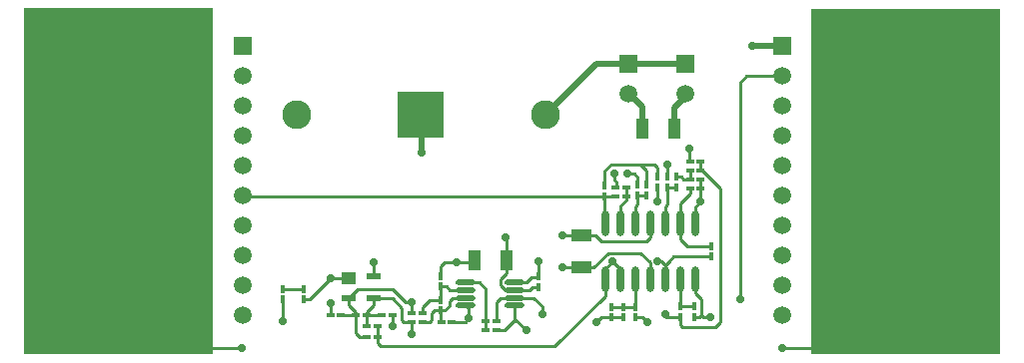
<source format=gtl>
%FSLAX24Y24*%
%MOIN*%
G70*
G01*
G75*
G04 Layer_Physical_Order=1*
G04 Layer_Color=255*
%ADD10R,0.0669X0.0433*%
%ADD11R,0.0157X0.0276*%
%ADD12O,0.0236X0.0866*%
%ADD13R,0.0276X0.0157*%
%ADD14R,0.0512X0.0394*%
%ADD15R,0.0512X0.0236*%
%ADD16O,0.0669X0.0177*%
%ADD17R,0.1559X0.1559*%
%ADD18R,0.0433X0.0669*%
%ADD19C,0.0200*%
%ADD20C,0.0100*%
%ADD21C,0.0591*%
%ADD22R,0.0591X0.0591*%
%ADD23C,0.0965*%
%ADD24C,0.0290*%
G36*
X33050Y450D02*
X26750D01*
Y12000D01*
X33050D01*
Y450D01*
D02*
G37*
G36*
X6800Y475D02*
X500D01*
Y12025D01*
X6800D01*
Y475D01*
D02*
G37*
D10*
X19070Y3368D02*
D03*
Y4432D02*
D03*
D11*
X17640Y3047D02*
D03*
Y2693D02*
D03*
X21260Y6127D02*
D03*
Y5773D02*
D03*
X21630Y6036D02*
D03*
Y6390D02*
D03*
X20950Y5773D02*
D03*
Y6127D02*
D03*
X22260Y6387D02*
D03*
Y6033D02*
D03*
X21950Y6036D02*
D03*
Y6390D02*
D03*
X20070Y2040D02*
D03*
Y1686D02*
D03*
X20470Y2040D02*
D03*
Y1686D02*
D03*
X20870D02*
D03*
Y2040D02*
D03*
X14380Y3077D02*
D03*
Y2723D02*
D03*
Y2277D02*
D03*
Y1923D02*
D03*
X22380Y1696D02*
D03*
Y2050D02*
D03*
X22850Y1693D02*
D03*
Y2047D02*
D03*
X23410Y3713D02*
D03*
Y4067D02*
D03*
X19860Y5743D02*
D03*
Y6097D02*
D03*
X9810Y2286D02*
D03*
Y2640D02*
D03*
X9130Y2637D02*
D03*
Y2283D02*
D03*
D12*
X19870Y2945D02*
D03*
X20370D02*
D03*
X20870D02*
D03*
X21370D02*
D03*
X21870D02*
D03*
X22370D02*
D03*
X22870D02*
D03*
X19870Y4835D02*
D03*
X20370D02*
D03*
X20870D02*
D03*
X21370D02*
D03*
X21870D02*
D03*
X22370D02*
D03*
X22870D02*
D03*
D13*
X22703Y6890D02*
D03*
X23057D02*
D03*
X22703Y6590D02*
D03*
X23057D02*
D03*
Y6300D02*
D03*
X22703D02*
D03*
X13423Y1830D02*
D03*
X13777D02*
D03*
X13430Y1520D02*
D03*
X13784D02*
D03*
X14413Y1540D02*
D03*
X14767D02*
D03*
X16244Y1260D02*
D03*
X15890D02*
D03*
X16244Y1560D02*
D03*
X15890D02*
D03*
X22703Y6000D02*
D03*
X23057D02*
D03*
X20233Y6040D02*
D03*
X20587D02*
D03*
X11923Y1030D02*
D03*
X12277D02*
D03*
Y1400D02*
D03*
X11923D02*
D03*
X20587Y5740D02*
D03*
X20233D02*
D03*
X12420Y1770D02*
D03*
X12774D02*
D03*
X11559D02*
D03*
X11914D02*
D03*
X10706D02*
D03*
X11060D02*
D03*
D14*
X11317Y2995D02*
D03*
D15*
Y2326D02*
D03*
X12143D02*
D03*
Y3074D02*
D03*
D16*
X15213Y2854D02*
D03*
Y2598D02*
D03*
Y2342D02*
D03*
Y2086D02*
D03*
X16867Y2854D02*
D03*
Y2598D02*
D03*
Y2342D02*
D03*
Y2086D02*
D03*
D17*
X13730Y8460D02*
D03*
D18*
X22192Y8000D02*
D03*
X21128D02*
D03*
X16592Y3610D02*
D03*
X15529D02*
D03*
D19*
X22560Y9060D02*
Y9150D01*
X22192Y8691D02*
X22560Y9060D01*
X22192Y8000D02*
Y8691D01*
X20660Y9150D02*
X20700D01*
X21128Y8722D01*
Y8000D02*
Y8722D01*
X20660Y10150D02*
X22560D01*
X19574D02*
X20660D01*
X17884Y8460D02*
X19574Y10150D01*
X24800Y10750D02*
X25800D01*
X13750Y7200D02*
Y8440D01*
X13730Y8460D02*
X13750Y8440D01*
D20*
X6600Y650D02*
X7750D01*
X15220Y1540D02*
X15330Y1650D01*
X14767Y1540D02*
X15220D01*
X14380Y1573D02*
X14413Y1540D01*
X14380Y1573D02*
Y1923D01*
X22700Y6893D02*
X22703Y6890D01*
X22700Y6893D02*
Y7320D01*
X22870Y5370D02*
X23050Y5550D01*
X22870Y4835D02*
Y5370D01*
X14520Y3520D02*
X14910D01*
X14380Y3380D02*
X14520Y3520D01*
X14380Y3077D02*
Y3380D01*
X21114Y1686D02*
X21280Y1520D01*
X20870Y1686D02*
X21114D01*
X19600Y1520D02*
X19766Y1686D01*
X20070D01*
X17780Y1790D02*
X17790Y1780D01*
X17780Y1790D02*
Y2050D01*
X21974Y1696D02*
X22380D01*
X21890Y1780D02*
X21974Y1696D01*
X13160Y1520D02*
X13430D01*
X13100Y1580D02*
X13160Y1520D01*
X13100Y1580D02*
Y2010D01*
X12784Y2326D02*
X13100Y2010D01*
X12143Y2326D02*
X12784D01*
X12770Y1380D02*
X12774Y1384D01*
Y1770D01*
X13223Y2197D02*
X13423D01*
X12800Y2620D02*
X13223Y2197D01*
X14090Y1820D02*
X14193Y1923D01*
X14090Y1600D02*
Y1820D01*
X14010Y1520D02*
X14090Y1600D01*
X14692Y2598D02*
X15213D01*
X14570Y2720D02*
X14692Y2598D01*
X14383Y2720D02*
X14570D01*
X14380Y2723D02*
X14383Y2720D01*
X14782Y2342D02*
X15213D01*
X14670Y2230D02*
X14782Y2342D01*
X14670Y2070D02*
Y2230D01*
X14523Y1923D02*
X14670Y2070D01*
X14380Y1923D02*
X14523D01*
X13777Y2027D02*
X14027Y2277D01*
X14380D01*
Y2300D02*
Y2697D01*
X13777Y1830D02*
Y2027D01*
X14193Y1923D02*
X14380D01*
X13784Y1520D02*
X14010D01*
X13420Y2200D02*
X13423Y2197D01*
Y1830D02*
Y2197D01*
X13430Y1130D02*
Y1520D01*
X17488Y2342D02*
X17780Y2050D01*
X16867Y2342D02*
X17488D01*
X21900Y1690D02*
X21906Y1696D01*
X11611Y2620D02*
X12800D01*
X11317Y2326D02*
X11611Y2620D01*
X16893Y1597D02*
X17240Y1250D01*
X16867Y1597D02*
X16893D01*
X23710Y1540D02*
Y6005D01*
X23540Y1370D02*
X23710Y1540D01*
X22450Y1370D02*
X23540D01*
X22380Y1440D02*
X22450Y1370D01*
X22380Y1440D02*
Y1696D01*
X23370Y1680D02*
X23390Y1700D01*
X23150Y1680D02*
X23370D01*
X23070Y1760D02*
X23150Y1680D01*
X17640Y3047D02*
Y3570D01*
X19870Y2400D02*
Y2945D01*
X18190Y720D02*
X19870Y2400D01*
X12370Y720D02*
X18190D01*
X12277Y813D02*
X12370Y720D01*
X12277Y813D02*
Y1030D01*
Y1400D01*
X16867Y2598D02*
X17368D01*
X17463Y2693D01*
X17640D01*
X16867Y2854D02*
X17245D01*
X17411Y3020D01*
X17613D01*
X17640Y3047D01*
X16849Y2615D02*
X16867Y2598D01*
X15890Y1260D02*
Y1560D01*
X15213Y2086D02*
X15231Y2103D01*
X16382Y2755D02*
Y2953D01*
Y2755D02*
X16522Y2615D01*
X16849D01*
X20870Y2040D02*
Y2945D01*
X20470Y2040D02*
X20870D01*
X20070D02*
X20470D01*
X20070Y1686D02*
X20470D01*
X15330Y1650D02*
Y2004D01*
X15231Y2103D02*
X15330Y2004D01*
X16592Y3610D02*
Y4318D01*
X16560Y4350D02*
X16592Y4318D01*
X16382Y2953D02*
X16592Y3162D01*
Y3610D01*
X14910Y3520D02*
X15438D01*
X15529Y3610D01*
X16392Y2342D02*
X16867D01*
X16244Y2194D02*
X16392Y2342D01*
X16244Y1560D02*
Y2194D01*
X15213Y2854D02*
X15676D01*
X15890Y2640D01*
Y1560D02*
Y2640D01*
X16867Y1597D02*
Y2086D01*
X16530Y1260D02*
X16867Y1597D01*
X16244Y1260D02*
X16530D01*
X22370Y2945D02*
X22380Y2935D01*
X22370Y2060D02*
Y2945D01*
Y2060D02*
X22380Y2050D01*
X22383Y2047D02*
X22850D01*
X22380Y2050D02*
X22383Y2047D01*
X22850Y1693D02*
X23003D01*
X23070Y1760D01*
Y2290D01*
X22870Y2490D02*
X23070Y2290D01*
X22870Y2490D02*
Y2945D01*
X19070Y4432D02*
X19548D01*
X19740Y4240D01*
X21250D01*
X21370Y4360D01*
Y4835D01*
X22143Y3713D02*
X23410D01*
X21870Y2945D02*
Y3440D01*
X22613Y4067D02*
X23410D01*
X22370Y4310D02*
X22613Y4067D01*
X22370Y4310D02*
Y4835D01*
X21953Y6033D02*
X22260D01*
X21260Y6127D02*
X21267Y6120D01*
X20587Y5740D02*
Y6040D01*
X19863Y5740D02*
X20233D01*
X18462Y4432D02*
X19070D01*
X18460Y4430D02*
X18462Y4432D01*
X18451Y3368D02*
X19070D01*
X18450Y3370D02*
X18451Y3368D01*
X21950Y6390D02*
Y6800D01*
X23057Y6590D02*
Y6890D01*
Y6000D02*
Y6300D01*
X22703D02*
Y6590D01*
X22500Y6300D02*
X22703D01*
X22260Y6387D02*
X22413D01*
X22500Y6300D01*
X20950Y5773D02*
X21260D01*
X19860Y4845D02*
Y5743D01*
Y4845D02*
X19870Y4835D01*
X21870Y3440D02*
X22006Y3576D01*
X22143Y3713D01*
X22006Y3576D02*
Y3594D01*
X19070Y3368D02*
X19498D01*
X19970Y3840D01*
X21050D01*
X21370Y3520D01*
Y2945D02*
Y3520D01*
X19870Y2945D02*
Y3310D01*
X20110Y3550D01*
X20370Y2945D02*
Y3290D01*
X20110Y3550D02*
X20370Y3290D01*
X21630Y3550D02*
X21760D01*
X21870Y3440D01*
X20190Y6280D02*
Y6480D01*
Y6280D02*
X20260Y6210D01*
Y6067D02*
Y6210D01*
X20233Y6040D02*
X20260Y6067D01*
X20610Y6480D02*
X20840D01*
X20950Y6370D01*
Y6127D02*
Y6370D01*
X19860Y6097D02*
Y6590D01*
X20070Y6800D01*
X21060D01*
X21260Y6600D01*
Y6127D02*
Y6600D01*
X20587Y5617D02*
Y5740D01*
X20370Y5400D02*
X20587Y5617D01*
X20370Y4835D02*
Y5400D01*
X20950Y5460D02*
Y5773D01*
X20870Y5380D02*
X20950Y5460D01*
X20870Y4835D02*
Y5380D01*
X21630Y5550D02*
Y6036D01*
X21950Y5460D02*
Y6036D01*
X21870Y5380D02*
X21950Y5460D01*
X21870Y4835D02*
Y5380D01*
X22703Y5823D02*
Y6000D01*
X22370Y5490D02*
X22703Y5823D01*
X22370Y4835D02*
Y5490D01*
X23050Y5550D02*
Y5993D01*
X23057Y6000D01*
X11923Y1400D02*
Y1761D01*
X11914Y1770D02*
X11923Y1761D01*
X11690Y1030D02*
X11923D01*
X11560Y1160D02*
X11690Y1030D01*
X11560Y1160D02*
Y1769D01*
X11559Y1770D02*
X11560Y1769D01*
X11559Y1770D02*
Y1851D01*
X11317Y2093D02*
X11559Y1851D01*
X11317Y2093D02*
Y2326D01*
X11914Y1770D02*
Y1864D01*
X12143Y2093D01*
Y2326D01*
X11060Y1770D02*
X11559D01*
X11914D02*
X12420D01*
X10725Y2995D02*
X11317D01*
X10720Y3000D02*
X10725Y2995D01*
X12143Y3074D02*
Y3537D01*
X12140Y3540D02*
X12143Y3537D01*
X21060Y6800D02*
X21510D01*
X21630Y6680D01*
Y6390D02*
Y6680D01*
X23057Y6590D02*
X23125D01*
X23710Y6005D01*
X10710Y1774D02*
Y2160D01*
X10706Y1770D02*
X10710Y1774D01*
X9120Y1570D02*
X9130Y1580D01*
Y2283D01*
Y2637D02*
X9807D01*
X9810Y2640D01*
Y2286D02*
X10006D01*
X10720Y3000D01*
X7807Y5743D02*
X19860D01*
X7800Y5750D02*
X7807Y5743D01*
X24370Y2290D02*
Y9520D01*
X24600Y9750D01*
X25800D01*
Y650D02*
X26900D01*
D21*
X7800Y8750D02*
D03*
Y1750D02*
D03*
Y2750D02*
D03*
Y3750D02*
D03*
Y4750D02*
D03*
Y5750D02*
D03*
Y6750D02*
D03*
Y7750D02*
D03*
Y9750D02*
D03*
X20660Y9150D02*
D03*
X22560D02*
D03*
X25800Y8750D02*
D03*
Y1750D02*
D03*
Y2750D02*
D03*
Y3750D02*
D03*
Y4750D02*
D03*
Y5750D02*
D03*
Y6750D02*
D03*
Y7750D02*
D03*
Y9750D02*
D03*
D22*
X7800Y10750D02*
D03*
X20660Y10150D02*
D03*
X22560D02*
D03*
X25800Y10750D02*
D03*
D23*
X9576Y8460D02*
D03*
X17884D02*
D03*
D24*
X24800Y10750D02*
D03*
X9120Y1570D02*
D03*
X21890Y1780D02*
D03*
X19600Y1520D02*
D03*
X17640Y3570D02*
D03*
X17790Y1780D02*
D03*
X17240Y1250D02*
D03*
X23390Y1700D02*
D03*
X10720Y3000D02*
D03*
X12140Y3540D02*
D03*
X13430Y1130D02*
D03*
X21280Y1520D02*
D03*
X14910Y3520D02*
D03*
X15330Y1650D02*
D03*
X16560Y4350D02*
D03*
X13750Y7200D02*
D03*
X18450Y3370D02*
D03*
X18460Y4430D02*
D03*
X20610Y6480D02*
D03*
X21630Y5550D02*
D03*
Y3550D02*
D03*
X21950Y6800D02*
D03*
X20190Y6480D02*
D03*
X20110Y3550D02*
D03*
X23050Y5550D02*
D03*
X13420Y2200D02*
D03*
X24370Y2290D02*
D03*
X22700Y7320D02*
D03*
X10710Y2160D02*
D03*
X12770Y1380D02*
D03*
X7750Y650D02*
D03*
X25800D02*
D03*
M02*

</source>
